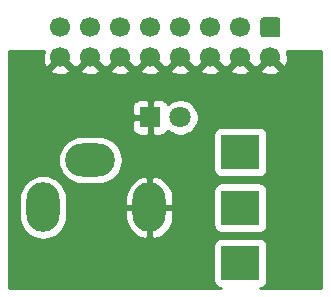
<source format=gbr>
%TF.GenerationSoftware,KiCad,Pcbnew,(5.1.9)-1*%
%TF.CreationDate,2021-03-02T23:47:49+00:00*%
%TF.ProjectId,Power In,506f7765-7220-4496-9e2e-6b696361645f,rev?*%
%TF.SameCoordinates,Original*%
%TF.FileFunction,Copper,L2,Bot*%
%TF.FilePolarity,Positive*%
%FSLAX46Y46*%
G04 Gerber Fmt 4.6, Leading zero omitted, Abs format (unit mm)*
G04 Created by KiCad (PCBNEW (5.1.9)-1) date 2021-03-02 23:47:49*
%MOMM*%
%LPD*%
G01*
G04 APERTURE LIST*
%TA.AperFunction,ComponentPad*%
%ADD10R,1.800000X1.800000*%
%TD*%
%TA.AperFunction,ComponentPad*%
%ADD11C,1.800000*%
%TD*%
%TA.AperFunction,ComponentPad*%
%ADD12R,3.300000X3.000000*%
%TD*%
%TA.AperFunction,ComponentPad*%
%ADD13C,1.700000*%
%TD*%
%TA.AperFunction,ComponentPad*%
%ADD14O,2.800000X4.200000*%
%TD*%
%TA.AperFunction,ComponentPad*%
%ADD15O,4.200000X2.800000*%
%TD*%
%TA.AperFunction,ViaPad*%
%ADD16C,0.800000*%
%TD*%
%TA.AperFunction,Conductor*%
%ADD17C,0.254000*%
%TD*%
%TA.AperFunction,Conductor*%
%ADD18C,0.100000*%
%TD*%
G04 APERTURE END LIST*
D10*
%TO.P,D1,1*%
%TO.N,Net-(D1-Pad1)*%
X139700000Y-86360000D03*
D11*
%TO.P,D1,2*%
%TO.N,Net-(D1-Pad2)*%
X142240000Y-86360000D03*
%TD*%
D12*
%TO.P,SW1,3*%
%TO.N,Net-(SW1-Pad3)*%
X147320000Y-89300000D03*
%TO.P,SW1,2*%
%TO.N,Net-(J1-Pad1)*%
X147320000Y-94000000D03*
%TO.P,SW1,1*%
%TO.N,Net-(J2-Pad1)*%
X147320000Y-98700000D03*
%TD*%
D13*
%TO.P,J2,16*%
%TO.N,Net-(D1-Pad1)*%
X132080000Y-81280000D03*
%TO.P,J2,14*%
X134620000Y-81280000D03*
%TO.P,J2,12*%
X137160000Y-81280000D03*
%TO.P,J2,10*%
X139700000Y-81280000D03*
%TO.P,J2,8*%
X142240000Y-81280000D03*
%TO.P,J2,6*%
X144780000Y-81280000D03*
%TO.P,J2,4*%
X147320000Y-81280000D03*
%TO.P,J2,2*%
X149860000Y-81280000D03*
%TO.P,J2,15*%
%TO.N,Net-(J2-Pad1)*%
X132080000Y-78740000D03*
%TO.P,J2,13*%
X134620000Y-78740000D03*
%TO.P,J2,11*%
X137160000Y-78740000D03*
%TO.P,J2,9*%
X139700000Y-78740000D03*
%TO.P,J2,7*%
X142240000Y-78740000D03*
%TO.P,J2,5*%
X144780000Y-78740000D03*
%TO.P,J2,3*%
X147320000Y-78740000D03*
%TO.P,J2,1*%
%TA.AperFunction,ComponentPad*%
G36*
G01*
X149260000Y-77890000D02*
X150460000Y-77890000D01*
G75*
G02*
X150710000Y-78140000I0J-250000D01*
G01*
X150710000Y-79340000D01*
G75*
G02*
X150460000Y-79590000I-250000J0D01*
G01*
X149260000Y-79590000D01*
G75*
G02*
X149010000Y-79340000I0J250000D01*
G01*
X149010000Y-78140000D01*
G75*
G02*
X149260000Y-77890000I250000J0D01*
G01*
G37*
%TD.AperFunction*%
%TD*%
D14*
%TO.P,J1,3*%
%TO.N,Net-(D1-Pad1)*%
X139620000Y-93980000D03*
D15*
%TO.P,J1,2*%
%TO.N,Net-(J1-Pad2)*%
X134620000Y-89980000D03*
D14*
%TO.P,J1,1*%
%TO.N,Net-(J1-Pad1)*%
X130620000Y-93980000D03*
%TD*%
D16*
%TO.N,Net-(D1-Pad1)*%
X136906000Y-85852000D03*
%TD*%
D17*
%TO.N,Net-(D1-Pad1)*%
X130676629Y-80772883D02*
X130604661Y-81056411D01*
X130589389Y-81348531D01*
X130631401Y-81638019D01*
X130729081Y-81913747D01*
X130802528Y-82051157D01*
X131051603Y-82128792D01*
X131900395Y-81280000D01*
X131886253Y-81265858D01*
X132065858Y-81086253D01*
X132080000Y-81100395D01*
X132094143Y-81086253D01*
X132273748Y-81265858D01*
X132259605Y-81280000D01*
X133108397Y-82128792D01*
X133350000Y-82053486D01*
X133591603Y-82128792D01*
X134440395Y-81280000D01*
X134426253Y-81265858D01*
X134605858Y-81086253D01*
X134620000Y-81100395D01*
X134634143Y-81086253D01*
X134813748Y-81265858D01*
X134799605Y-81280000D01*
X135648397Y-82128792D01*
X135890000Y-82053486D01*
X136131603Y-82128792D01*
X136980395Y-81280000D01*
X136966253Y-81265858D01*
X137145858Y-81086253D01*
X137160000Y-81100395D01*
X137174143Y-81086253D01*
X137353748Y-81265858D01*
X137339605Y-81280000D01*
X138188397Y-82128792D01*
X138430000Y-82053486D01*
X138671603Y-82128792D01*
X139520395Y-81280000D01*
X139506253Y-81265858D01*
X139685858Y-81086253D01*
X139700000Y-81100395D01*
X139714143Y-81086253D01*
X139893748Y-81265858D01*
X139879605Y-81280000D01*
X140728397Y-82128792D01*
X140970000Y-82053486D01*
X141211603Y-82128792D01*
X142060395Y-81280000D01*
X142046253Y-81265858D01*
X142225858Y-81086253D01*
X142240000Y-81100395D01*
X142254143Y-81086253D01*
X142433748Y-81265858D01*
X142419605Y-81280000D01*
X143268397Y-82128792D01*
X143510000Y-82053486D01*
X143751603Y-82128792D01*
X144600395Y-81280000D01*
X144586253Y-81265858D01*
X144765858Y-81086253D01*
X144780000Y-81100395D01*
X144794143Y-81086253D01*
X144973748Y-81265858D01*
X144959605Y-81280000D01*
X145808397Y-82128792D01*
X146050000Y-82053486D01*
X146291603Y-82128792D01*
X147140395Y-81280000D01*
X147126253Y-81265858D01*
X147305858Y-81086253D01*
X147320000Y-81100395D01*
X147334143Y-81086253D01*
X147513748Y-81265858D01*
X147499605Y-81280000D01*
X148348397Y-82128792D01*
X148590000Y-82053486D01*
X148831603Y-82128792D01*
X149680395Y-81280000D01*
X149666253Y-81265858D01*
X149845858Y-81086253D01*
X149860000Y-81100395D01*
X149874143Y-81086253D01*
X150053748Y-81265858D01*
X150039605Y-81280000D01*
X150888397Y-82128792D01*
X151137472Y-82051157D01*
X151263371Y-81787117D01*
X151335339Y-81503589D01*
X151350611Y-81211469D01*
X151308599Y-80921981D01*
X151255466Y-80772000D01*
X154178000Y-80772000D01*
X154178000Y-100838000D01*
X148970731Y-100838000D01*
X149094482Y-100825812D01*
X149214180Y-100789502D01*
X149324494Y-100730537D01*
X149421185Y-100651185D01*
X149500537Y-100554494D01*
X149559502Y-100444180D01*
X149595812Y-100324482D01*
X149608072Y-100200000D01*
X149608072Y-97200000D01*
X149595812Y-97075518D01*
X149559502Y-96955820D01*
X149500537Y-96845506D01*
X149421185Y-96748815D01*
X149324494Y-96669463D01*
X149214180Y-96610498D01*
X149094482Y-96574188D01*
X148970000Y-96561928D01*
X145670000Y-96561928D01*
X145545518Y-96574188D01*
X145425820Y-96610498D01*
X145315506Y-96669463D01*
X145218815Y-96748815D01*
X145139463Y-96845506D01*
X145080498Y-96955820D01*
X145044188Y-97075518D01*
X145031928Y-97200000D01*
X145031928Y-100200000D01*
X145044188Y-100324482D01*
X145080498Y-100444180D01*
X145139463Y-100554494D01*
X145218815Y-100651185D01*
X145315506Y-100730537D01*
X145425820Y-100789502D01*
X145545518Y-100825812D01*
X145669269Y-100838000D01*
X127762000Y-100838000D01*
X127762000Y-93180032D01*
X128585000Y-93180032D01*
X128585000Y-94779969D01*
X128614445Y-95078930D01*
X128730810Y-95462529D01*
X128919774Y-95816056D01*
X129174077Y-96125924D01*
X129483945Y-96380227D01*
X129837472Y-96569191D01*
X130221071Y-96685555D01*
X130620000Y-96724846D01*
X131018930Y-96685555D01*
X131402529Y-96569191D01*
X131756056Y-96380227D01*
X132065924Y-96125924D01*
X132320227Y-95816056D01*
X132509191Y-95462529D01*
X132625555Y-95078929D01*
X132655000Y-94779968D01*
X132655000Y-94107000D01*
X137585000Y-94107000D01*
X137585000Y-94807000D01*
X137648878Y-95201569D01*
X137788506Y-95576094D01*
X137998517Y-95916183D01*
X138270841Y-96208766D01*
X138595012Y-96442599D01*
X138958573Y-96608696D01*
X139176840Y-96666160D01*
X139493000Y-96551947D01*
X139493000Y-94107000D01*
X139747000Y-94107000D01*
X139747000Y-96551947D01*
X140063160Y-96666160D01*
X140281427Y-96608696D01*
X140644988Y-96442599D01*
X140969159Y-96208766D01*
X141241483Y-95916183D01*
X141451494Y-95576094D01*
X141591122Y-95201569D01*
X141655000Y-94807000D01*
X141655000Y-94107000D01*
X139747000Y-94107000D01*
X139493000Y-94107000D01*
X137585000Y-94107000D01*
X132655000Y-94107000D01*
X132655000Y-93180031D01*
X132652338Y-93153000D01*
X137585000Y-93153000D01*
X137585000Y-93853000D01*
X139493000Y-93853000D01*
X139493000Y-91408053D01*
X139747000Y-91408053D01*
X139747000Y-93853000D01*
X141655000Y-93853000D01*
X141655000Y-93153000D01*
X141591122Y-92758431D01*
X141494776Y-92500000D01*
X145031928Y-92500000D01*
X145031928Y-95500000D01*
X145044188Y-95624482D01*
X145080498Y-95744180D01*
X145139463Y-95854494D01*
X145218815Y-95951185D01*
X145315506Y-96030537D01*
X145425820Y-96089502D01*
X145545518Y-96125812D01*
X145670000Y-96138072D01*
X148970000Y-96138072D01*
X149094482Y-96125812D01*
X149214180Y-96089502D01*
X149324494Y-96030537D01*
X149421185Y-95951185D01*
X149500537Y-95854494D01*
X149559502Y-95744180D01*
X149595812Y-95624482D01*
X149608072Y-95500000D01*
X149608072Y-92500000D01*
X149595812Y-92375518D01*
X149559502Y-92255820D01*
X149500537Y-92145506D01*
X149421185Y-92048815D01*
X149324494Y-91969463D01*
X149214180Y-91910498D01*
X149094482Y-91874188D01*
X148970000Y-91861928D01*
X145670000Y-91861928D01*
X145545518Y-91874188D01*
X145425820Y-91910498D01*
X145315506Y-91969463D01*
X145218815Y-92048815D01*
X145139463Y-92145506D01*
X145080498Y-92255820D01*
X145044188Y-92375518D01*
X145031928Y-92500000D01*
X141494776Y-92500000D01*
X141451494Y-92383906D01*
X141241483Y-92043817D01*
X140969159Y-91751234D01*
X140644988Y-91517401D01*
X140281427Y-91351304D01*
X140063160Y-91293840D01*
X139747000Y-91408053D01*
X139493000Y-91408053D01*
X139176840Y-91293840D01*
X138958573Y-91351304D01*
X138595012Y-91517401D01*
X138270841Y-91751234D01*
X137998517Y-92043817D01*
X137788506Y-92383906D01*
X137648878Y-92758431D01*
X137585000Y-93153000D01*
X132652338Y-93153000D01*
X132625555Y-92881070D01*
X132509191Y-92497471D01*
X132320227Y-92143944D01*
X132065924Y-91834076D01*
X131756056Y-91579773D01*
X131402528Y-91390809D01*
X131018929Y-91274445D01*
X130620000Y-91235154D01*
X130221070Y-91274445D01*
X129837471Y-91390809D01*
X129483944Y-91579773D01*
X129174076Y-91834076D01*
X128919773Y-92143944D01*
X128730809Y-92497472D01*
X128614445Y-92881071D01*
X128585000Y-93180032D01*
X127762000Y-93180032D01*
X127762000Y-89980000D01*
X131875154Y-89980000D01*
X131914445Y-90378930D01*
X132030809Y-90762529D01*
X132219773Y-91116056D01*
X132474076Y-91425924D01*
X132783944Y-91680227D01*
X133137471Y-91869191D01*
X133521070Y-91985555D01*
X133820031Y-92015000D01*
X135419969Y-92015000D01*
X135718930Y-91985555D01*
X136102529Y-91869191D01*
X136456056Y-91680227D01*
X136765924Y-91425924D01*
X137020227Y-91116056D01*
X137209191Y-90762529D01*
X137325555Y-90378930D01*
X137364846Y-89980000D01*
X137325555Y-89581070D01*
X137209191Y-89197471D01*
X137020227Y-88843944D01*
X136765924Y-88534076D01*
X136456056Y-88279773D01*
X136102529Y-88090809D01*
X135718930Y-87974445D01*
X135419969Y-87945000D01*
X133820031Y-87945000D01*
X133521070Y-87974445D01*
X133137471Y-88090809D01*
X132783944Y-88279773D01*
X132474076Y-88534076D01*
X132219773Y-88843944D01*
X132030809Y-89197471D01*
X131914445Y-89581070D01*
X131875154Y-89980000D01*
X127762000Y-89980000D01*
X127762000Y-87260000D01*
X138161928Y-87260000D01*
X138174188Y-87384482D01*
X138210498Y-87504180D01*
X138269463Y-87614494D01*
X138348815Y-87711185D01*
X138445506Y-87790537D01*
X138555820Y-87849502D01*
X138675518Y-87885812D01*
X138800000Y-87898072D01*
X139414250Y-87895000D01*
X139573000Y-87736250D01*
X139573000Y-86487000D01*
X138323750Y-86487000D01*
X138165000Y-86645750D01*
X138161928Y-87260000D01*
X127762000Y-87260000D01*
X127762000Y-85460000D01*
X138161928Y-85460000D01*
X138165000Y-86074250D01*
X138323750Y-86233000D01*
X139573000Y-86233000D01*
X139573000Y-84983750D01*
X139827000Y-84983750D01*
X139827000Y-86233000D01*
X139847000Y-86233000D01*
X139847000Y-86487000D01*
X139827000Y-86487000D01*
X139827000Y-87736250D01*
X139985750Y-87895000D01*
X140600000Y-87898072D01*
X140724482Y-87885812D01*
X140844180Y-87849502D01*
X140954494Y-87790537D01*
X141051185Y-87711185D01*
X141130537Y-87614494D01*
X141189502Y-87504180D01*
X141195056Y-87485873D01*
X141261495Y-87552312D01*
X141512905Y-87720299D01*
X141792257Y-87836011D01*
X142088816Y-87895000D01*
X142391184Y-87895000D01*
X142687743Y-87836011D01*
X142774680Y-87800000D01*
X145031928Y-87800000D01*
X145031928Y-90800000D01*
X145044188Y-90924482D01*
X145080498Y-91044180D01*
X145139463Y-91154494D01*
X145218815Y-91251185D01*
X145315506Y-91330537D01*
X145425820Y-91389502D01*
X145545518Y-91425812D01*
X145670000Y-91438072D01*
X148970000Y-91438072D01*
X149094482Y-91425812D01*
X149214180Y-91389502D01*
X149324494Y-91330537D01*
X149421185Y-91251185D01*
X149500537Y-91154494D01*
X149559502Y-91044180D01*
X149595812Y-90924482D01*
X149608072Y-90800000D01*
X149608072Y-87800000D01*
X149595812Y-87675518D01*
X149559502Y-87555820D01*
X149500537Y-87445506D01*
X149421185Y-87348815D01*
X149324494Y-87269463D01*
X149214180Y-87210498D01*
X149094482Y-87174188D01*
X148970000Y-87161928D01*
X145670000Y-87161928D01*
X145545518Y-87174188D01*
X145425820Y-87210498D01*
X145315506Y-87269463D01*
X145218815Y-87348815D01*
X145139463Y-87445506D01*
X145080498Y-87555820D01*
X145044188Y-87675518D01*
X145031928Y-87800000D01*
X142774680Y-87800000D01*
X142967095Y-87720299D01*
X143218505Y-87552312D01*
X143432312Y-87338505D01*
X143600299Y-87087095D01*
X143716011Y-86807743D01*
X143775000Y-86511184D01*
X143775000Y-86208816D01*
X143716011Y-85912257D01*
X143600299Y-85632905D01*
X143432312Y-85381495D01*
X143218505Y-85167688D01*
X142967095Y-84999701D01*
X142687743Y-84883989D01*
X142391184Y-84825000D01*
X142088816Y-84825000D01*
X141792257Y-84883989D01*
X141512905Y-84999701D01*
X141261495Y-85167688D01*
X141195056Y-85234127D01*
X141189502Y-85215820D01*
X141130537Y-85105506D01*
X141051185Y-85008815D01*
X140954494Y-84929463D01*
X140844180Y-84870498D01*
X140724482Y-84834188D01*
X140600000Y-84821928D01*
X139985750Y-84825000D01*
X139827000Y-84983750D01*
X139573000Y-84983750D01*
X139414250Y-84825000D01*
X138800000Y-84821928D01*
X138675518Y-84834188D01*
X138555820Y-84870498D01*
X138445506Y-84929463D01*
X138348815Y-85008815D01*
X138269463Y-85105506D01*
X138210498Y-85215820D01*
X138174188Y-85335518D01*
X138161928Y-85460000D01*
X127762000Y-85460000D01*
X127762000Y-82308397D01*
X131231208Y-82308397D01*
X131308843Y-82557472D01*
X131572883Y-82683371D01*
X131856411Y-82755339D01*
X132148531Y-82770611D01*
X132438019Y-82728599D01*
X132713747Y-82630919D01*
X132851157Y-82557472D01*
X132928792Y-82308397D01*
X133771208Y-82308397D01*
X133848843Y-82557472D01*
X134112883Y-82683371D01*
X134396411Y-82755339D01*
X134688531Y-82770611D01*
X134978019Y-82728599D01*
X135253747Y-82630919D01*
X135391157Y-82557472D01*
X135468792Y-82308397D01*
X136311208Y-82308397D01*
X136388843Y-82557472D01*
X136652883Y-82683371D01*
X136936411Y-82755339D01*
X137228531Y-82770611D01*
X137518019Y-82728599D01*
X137793747Y-82630919D01*
X137931157Y-82557472D01*
X138008792Y-82308397D01*
X138851208Y-82308397D01*
X138928843Y-82557472D01*
X139192883Y-82683371D01*
X139476411Y-82755339D01*
X139768531Y-82770611D01*
X140058019Y-82728599D01*
X140333747Y-82630919D01*
X140471157Y-82557472D01*
X140548792Y-82308397D01*
X141391208Y-82308397D01*
X141468843Y-82557472D01*
X141732883Y-82683371D01*
X142016411Y-82755339D01*
X142308531Y-82770611D01*
X142598019Y-82728599D01*
X142873747Y-82630919D01*
X143011157Y-82557472D01*
X143088792Y-82308397D01*
X143931208Y-82308397D01*
X144008843Y-82557472D01*
X144272883Y-82683371D01*
X144556411Y-82755339D01*
X144848531Y-82770611D01*
X145138019Y-82728599D01*
X145413747Y-82630919D01*
X145551157Y-82557472D01*
X145628792Y-82308397D01*
X146471208Y-82308397D01*
X146548843Y-82557472D01*
X146812883Y-82683371D01*
X147096411Y-82755339D01*
X147388531Y-82770611D01*
X147678019Y-82728599D01*
X147953747Y-82630919D01*
X148091157Y-82557472D01*
X148168792Y-82308397D01*
X149011208Y-82308397D01*
X149088843Y-82557472D01*
X149352883Y-82683371D01*
X149636411Y-82755339D01*
X149928531Y-82770611D01*
X150218019Y-82728599D01*
X150493747Y-82630919D01*
X150631157Y-82557472D01*
X150708792Y-82308397D01*
X149860000Y-81459605D01*
X149011208Y-82308397D01*
X148168792Y-82308397D01*
X147320000Y-81459605D01*
X146471208Y-82308397D01*
X145628792Y-82308397D01*
X144780000Y-81459605D01*
X143931208Y-82308397D01*
X143088792Y-82308397D01*
X142240000Y-81459605D01*
X141391208Y-82308397D01*
X140548792Y-82308397D01*
X139700000Y-81459605D01*
X138851208Y-82308397D01*
X138008792Y-82308397D01*
X137160000Y-81459605D01*
X136311208Y-82308397D01*
X135468792Y-82308397D01*
X134620000Y-81459605D01*
X133771208Y-82308397D01*
X132928792Y-82308397D01*
X132080000Y-81459605D01*
X131231208Y-82308397D01*
X127762000Y-82308397D01*
X127762000Y-80772000D01*
X130677050Y-80772000D01*
X130676629Y-80772883D01*
%TA.AperFunction,Conductor*%
D18*
G36*
X130676629Y-80772883D02*
G01*
X130604661Y-81056411D01*
X130589389Y-81348531D01*
X130631401Y-81638019D01*
X130729081Y-81913747D01*
X130802528Y-82051157D01*
X131051603Y-82128792D01*
X131900395Y-81280000D01*
X131886253Y-81265858D01*
X132065858Y-81086253D01*
X132080000Y-81100395D01*
X132094143Y-81086253D01*
X132273748Y-81265858D01*
X132259605Y-81280000D01*
X133108397Y-82128792D01*
X133350000Y-82053486D01*
X133591603Y-82128792D01*
X134440395Y-81280000D01*
X134426253Y-81265858D01*
X134605858Y-81086253D01*
X134620000Y-81100395D01*
X134634143Y-81086253D01*
X134813748Y-81265858D01*
X134799605Y-81280000D01*
X135648397Y-82128792D01*
X135890000Y-82053486D01*
X136131603Y-82128792D01*
X136980395Y-81280000D01*
X136966253Y-81265858D01*
X137145858Y-81086253D01*
X137160000Y-81100395D01*
X137174143Y-81086253D01*
X137353748Y-81265858D01*
X137339605Y-81280000D01*
X138188397Y-82128792D01*
X138430000Y-82053486D01*
X138671603Y-82128792D01*
X139520395Y-81280000D01*
X139506253Y-81265858D01*
X139685858Y-81086253D01*
X139700000Y-81100395D01*
X139714143Y-81086253D01*
X139893748Y-81265858D01*
X139879605Y-81280000D01*
X140728397Y-82128792D01*
X140970000Y-82053486D01*
X141211603Y-82128792D01*
X142060395Y-81280000D01*
X142046253Y-81265858D01*
X142225858Y-81086253D01*
X142240000Y-81100395D01*
X142254143Y-81086253D01*
X142433748Y-81265858D01*
X142419605Y-81280000D01*
X143268397Y-82128792D01*
X143510000Y-82053486D01*
X143751603Y-82128792D01*
X144600395Y-81280000D01*
X144586253Y-81265858D01*
X144765858Y-81086253D01*
X144780000Y-81100395D01*
X144794143Y-81086253D01*
X144973748Y-81265858D01*
X144959605Y-81280000D01*
X145808397Y-82128792D01*
X146050000Y-82053486D01*
X146291603Y-82128792D01*
X147140395Y-81280000D01*
X147126253Y-81265858D01*
X147305858Y-81086253D01*
X147320000Y-81100395D01*
X147334143Y-81086253D01*
X147513748Y-81265858D01*
X147499605Y-81280000D01*
X148348397Y-82128792D01*
X148590000Y-82053486D01*
X148831603Y-82128792D01*
X149680395Y-81280000D01*
X149666253Y-81265858D01*
X149845858Y-81086253D01*
X149860000Y-81100395D01*
X149874143Y-81086253D01*
X150053748Y-81265858D01*
X150039605Y-81280000D01*
X150888397Y-82128792D01*
X151137472Y-82051157D01*
X151263371Y-81787117D01*
X151335339Y-81503589D01*
X151350611Y-81211469D01*
X151308599Y-80921981D01*
X151255466Y-80772000D01*
X154178000Y-80772000D01*
X154178000Y-100838000D01*
X148970731Y-100838000D01*
X149094482Y-100825812D01*
X149214180Y-100789502D01*
X149324494Y-100730537D01*
X149421185Y-100651185D01*
X149500537Y-100554494D01*
X149559502Y-100444180D01*
X149595812Y-100324482D01*
X149608072Y-100200000D01*
X149608072Y-97200000D01*
X149595812Y-97075518D01*
X149559502Y-96955820D01*
X149500537Y-96845506D01*
X149421185Y-96748815D01*
X149324494Y-96669463D01*
X149214180Y-96610498D01*
X149094482Y-96574188D01*
X148970000Y-96561928D01*
X145670000Y-96561928D01*
X145545518Y-96574188D01*
X145425820Y-96610498D01*
X145315506Y-96669463D01*
X145218815Y-96748815D01*
X145139463Y-96845506D01*
X145080498Y-96955820D01*
X145044188Y-97075518D01*
X145031928Y-97200000D01*
X145031928Y-100200000D01*
X145044188Y-100324482D01*
X145080498Y-100444180D01*
X145139463Y-100554494D01*
X145218815Y-100651185D01*
X145315506Y-100730537D01*
X145425820Y-100789502D01*
X145545518Y-100825812D01*
X145669269Y-100838000D01*
X127762000Y-100838000D01*
X127762000Y-93180032D01*
X128585000Y-93180032D01*
X128585000Y-94779969D01*
X128614445Y-95078930D01*
X128730810Y-95462529D01*
X128919774Y-95816056D01*
X129174077Y-96125924D01*
X129483945Y-96380227D01*
X129837472Y-96569191D01*
X130221071Y-96685555D01*
X130620000Y-96724846D01*
X131018930Y-96685555D01*
X131402529Y-96569191D01*
X131756056Y-96380227D01*
X132065924Y-96125924D01*
X132320227Y-95816056D01*
X132509191Y-95462529D01*
X132625555Y-95078929D01*
X132655000Y-94779968D01*
X132655000Y-94107000D01*
X137585000Y-94107000D01*
X137585000Y-94807000D01*
X137648878Y-95201569D01*
X137788506Y-95576094D01*
X137998517Y-95916183D01*
X138270841Y-96208766D01*
X138595012Y-96442599D01*
X138958573Y-96608696D01*
X139176840Y-96666160D01*
X139493000Y-96551947D01*
X139493000Y-94107000D01*
X139747000Y-94107000D01*
X139747000Y-96551947D01*
X140063160Y-96666160D01*
X140281427Y-96608696D01*
X140644988Y-96442599D01*
X140969159Y-96208766D01*
X141241483Y-95916183D01*
X141451494Y-95576094D01*
X141591122Y-95201569D01*
X141655000Y-94807000D01*
X141655000Y-94107000D01*
X139747000Y-94107000D01*
X139493000Y-94107000D01*
X137585000Y-94107000D01*
X132655000Y-94107000D01*
X132655000Y-93180031D01*
X132652338Y-93153000D01*
X137585000Y-93153000D01*
X137585000Y-93853000D01*
X139493000Y-93853000D01*
X139493000Y-91408053D01*
X139747000Y-91408053D01*
X139747000Y-93853000D01*
X141655000Y-93853000D01*
X141655000Y-93153000D01*
X141591122Y-92758431D01*
X141494776Y-92500000D01*
X145031928Y-92500000D01*
X145031928Y-95500000D01*
X145044188Y-95624482D01*
X145080498Y-95744180D01*
X145139463Y-95854494D01*
X145218815Y-95951185D01*
X145315506Y-96030537D01*
X145425820Y-96089502D01*
X145545518Y-96125812D01*
X145670000Y-96138072D01*
X148970000Y-96138072D01*
X149094482Y-96125812D01*
X149214180Y-96089502D01*
X149324494Y-96030537D01*
X149421185Y-95951185D01*
X149500537Y-95854494D01*
X149559502Y-95744180D01*
X149595812Y-95624482D01*
X149608072Y-95500000D01*
X149608072Y-92500000D01*
X149595812Y-92375518D01*
X149559502Y-92255820D01*
X149500537Y-92145506D01*
X149421185Y-92048815D01*
X149324494Y-91969463D01*
X149214180Y-91910498D01*
X149094482Y-91874188D01*
X148970000Y-91861928D01*
X145670000Y-91861928D01*
X145545518Y-91874188D01*
X145425820Y-91910498D01*
X145315506Y-91969463D01*
X145218815Y-92048815D01*
X145139463Y-92145506D01*
X145080498Y-92255820D01*
X145044188Y-92375518D01*
X145031928Y-92500000D01*
X141494776Y-92500000D01*
X141451494Y-92383906D01*
X141241483Y-92043817D01*
X140969159Y-91751234D01*
X140644988Y-91517401D01*
X140281427Y-91351304D01*
X140063160Y-91293840D01*
X139747000Y-91408053D01*
X139493000Y-91408053D01*
X139176840Y-91293840D01*
X138958573Y-91351304D01*
X138595012Y-91517401D01*
X138270841Y-91751234D01*
X137998517Y-92043817D01*
X137788506Y-92383906D01*
X137648878Y-92758431D01*
X137585000Y-93153000D01*
X132652338Y-93153000D01*
X132625555Y-92881070D01*
X132509191Y-92497471D01*
X132320227Y-92143944D01*
X132065924Y-91834076D01*
X131756056Y-91579773D01*
X131402528Y-91390809D01*
X131018929Y-91274445D01*
X130620000Y-91235154D01*
X130221070Y-91274445D01*
X129837471Y-91390809D01*
X129483944Y-91579773D01*
X129174076Y-91834076D01*
X128919773Y-92143944D01*
X128730809Y-92497472D01*
X128614445Y-92881071D01*
X128585000Y-93180032D01*
X127762000Y-93180032D01*
X127762000Y-89980000D01*
X131875154Y-89980000D01*
X131914445Y-90378930D01*
X132030809Y-90762529D01*
X132219773Y-91116056D01*
X132474076Y-91425924D01*
X132783944Y-91680227D01*
X133137471Y-91869191D01*
X133521070Y-91985555D01*
X133820031Y-92015000D01*
X135419969Y-92015000D01*
X135718930Y-91985555D01*
X136102529Y-91869191D01*
X136456056Y-91680227D01*
X136765924Y-91425924D01*
X137020227Y-91116056D01*
X137209191Y-90762529D01*
X137325555Y-90378930D01*
X137364846Y-89980000D01*
X137325555Y-89581070D01*
X137209191Y-89197471D01*
X137020227Y-88843944D01*
X136765924Y-88534076D01*
X136456056Y-88279773D01*
X136102529Y-88090809D01*
X135718930Y-87974445D01*
X135419969Y-87945000D01*
X133820031Y-87945000D01*
X133521070Y-87974445D01*
X133137471Y-88090809D01*
X132783944Y-88279773D01*
X132474076Y-88534076D01*
X132219773Y-88843944D01*
X132030809Y-89197471D01*
X131914445Y-89581070D01*
X131875154Y-89980000D01*
X127762000Y-89980000D01*
X127762000Y-87260000D01*
X138161928Y-87260000D01*
X138174188Y-87384482D01*
X138210498Y-87504180D01*
X138269463Y-87614494D01*
X138348815Y-87711185D01*
X138445506Y-87790537D01*
X138555820Y-87849502D01*
X138675518Y-87885812D01*
X138800000Y-87898072D01*
X139414250Y-87895000D01*
X139573000Y-87736250D01*
X139573000Y-86487000D01*
X138323750Y-86487000D01*
X138165000Y-86645750D01*
X138161928Y-87260000D01*
X127762000Y-87260000D01*
X127762000Y-85460000D01*
X138161928Y-85460000D01*
X138165000Y-86074250D01*
X138323750Y-86233000D01*
X139573000Y-86233000D01*
X139573000Y-84983750D01*
X139827000Y-84983750D01*
X139827000Y-86233000D01*
X139847000Y-86233000D01*
X139847000Y-86487000D01*
X139827000Y-86487000D01*
X139827000Y-87736250D01*
X139985750Y-87895000D01*
X140600000Y-87898072D01*
X140724482Y-87885812D01*
X140844180Y-87849502D01*
X140954494Y-87790537D01*
X141051185Y-87711185D01*
X141130537Y-87614494D01*
X141189502Y-87504180D01*
X141195056Y-87485873D01*
X141261495Y-87552312D01*
X141512905Y-87720299D01*
X141792257Y-87836011D01*
X142088816Y-87895000D01*
X142391184Y-87895000D01*
X142687743Y-87836011D01*
X142774680Y-87800000D01*
X145031928Y-87800000D01*
X145031928Y-90800000D01*
X145044188Y-90924482D01*
X145080498Y-91044180D01*
X145139463Y-91154494D01*
X145218815Y-91251185D01*
X145315506Y-91330537D01*
X145425820Y-91389502D01*
X145545518Y-91425812D01*
X145670000Y-91438072D01*
X148970000Y-91438072D01*
X149094482Y-91425812D01*
X149214180Y-91389502D01*
X149324494Y-91330537D01*
X149421185Y-91251185D01*
X149500537Y-91154494D01*
X149559502Y-91044180D01*
X149595812Y-90924482D01*
X149608072Y-90800000D01*
X149608072Y-87800000D01*
X149595812Y-87675518D01*
X149559502Y-87555820D01*
X149500537Y-87445506D01*
X149421185Y-87348815D01*
X149324494Y-87269463D01*
X149214180Y-87210498D01*
X149094482Y-87174188D01*
X148970000Y-87161928D01*
X145670000Y-87161928D01*
X145545518Y-87174188D01*
X145425820Y-87210498D01*
X145315506Y-87269463D01*
X145218815Y-87348815D01*
X145139463Y-87445506D01*
X145080498Y-87555820D01*
X145044188Y-87675518D01*
X145031928Y-87800000D01*
X142774680Y-87800000D01*
X142967095Y-87720299D01*
X143218505Y-87552312D01*
X143432312Y-87338505D01*
X143600299Y-87087095D01*
X143716011Y-86807743D01*
X143775000Y-86511184D01*
X143775000Y-86208816D01*
X143716011Y-85912257D01*
X143600299Y-85632905D01*
X143432312Y-85381495D01*
X143218505Y-85167688D01*
X142967095Y-84999701D01*
X142687743Y-84883989D01*
X142391184Y-84825000D01*
X142088816Y-84825000D01*
X141792257Y-84883989D01*
X141512905Y-84999701D01*
X141261495Y-85167688D01*
X141195056Y-85234127D01*
X141189502Y-85215820D01*
X141130537Y-85105506D01*
X141051185Y-85008815D01*
X140954494Y-84929463D01*
X140844180Y-84870498D01*
X140724482Y-84834188D01*
X140600000Y-84821928D01*
X139985750Y-84825000D01*
X139827000Y-84983750D01*
X139573000Y-84983750D01*
X139414250Y-84825000D01*
X138800000Y-84821928D01*
X138675518Y-84834188D01*
X138555820Y-84870498D01*
X138445506Y-84929463D01*
X138348815Y-85008815D01*
X138269463Y-85105506D01*
X138210498Y-85215820D01*
X138174188Y-85335518D01*
X138161928Y-85460000D01*
X127762000Y-85460000D01*
X127762000Y-82308397D01*
X131231208Y-82308397D01*
X131308843Y-82557472D01*
X131572883Y-82683371D01*
X131856411Y-82755339D01*
X132148531Y-82770611D01*
X132438019Y-82728599D01*
X132713747Y-82630919D01*
X132851157Y-82557472D01*
X132928792Y-82308397D01*
X133771208Y-82308397D01*
X133848843Y-82557472D01*
X134112883Y-82683371D01*
X134396411Y-82755339D01*
X134688531Y-82770611D01*
X134978019Y-82728599D01*
X135253747Y-82630919D01*
X135391157Y-82557472D01*
X135468792Y-82308397D01*
X136311208Y-82308397D01*
X136388843Y-82557472D01*
X136652883Y-82683371D01*
X136936411Y-82755339D01*
X137228531Y-82770611D01*
X137518019Y-82728599D01*
X137793747Y-82630919D01*
X137931157Y-82557472D01*
X138008792Y-82308397D01*
X138851208Y-82308397D01*
X138928843Y-82557472D01*
X139192883Y-82683371D01*
X139476411Y-82755339D01*
X139768531Y-82770611D01*
X140058019Y-82728599D01*
X140333747Y-82630919D01*
X140471157Y-82557472D01*
X140548792Y-82308397D01*
X141391208Y-82308397D01*
X141468843Y-82557472D01*
X141732883Y-82683371D01*
X142016411Y-82755339D01*
X142308531Y-82770611D01*
X142598019Y-82728599D01*
X142873747Y-82630919D01*
X143011157Y-82557472D01*
X143088792Y-82308397D01*
X143931208Y-82308397D01*
X144008843Y-82557472D01*
X144272883Y-82683371D01*
X144556411Y-82755339D01*
X144848531Y-82770611D01*
X145138019Y-82728599D01*
X145413747Y-82630919D01*
X145551157Y-82557472D01*
X145628792Y-82308397D01*
X146471208Y-82308397D01*
X146548843Y-82557472D01*
X146812883Y-82683371D01*
X147096411Y-82755339D01*
X147388531Y-82770611D01*
X147678019Y-82728599D01*
X147953747Y-82630919D01*
X148091157Y-82557472D01*
X148168792Y-82308397D01*
X149011208Y-82308397D01*
X149088843Y-82557472D01*
X149352883Y-82683371D01*
X149636411Y-82755339D01*
X149928531Y-82770611D01*
X150218019Y-82728599D01*
X150493747Y-82630919D01*
X150631157Y-82557472D01*
X150708792Y-82308397D01*
X149860000Y-81459605D01*
X149011208Y-82308397D01*
X148168792Y-82308397D01*
X147320000Y-81459605D01*
X146471208Y-82308397D01*
X145628792Y-82308397D01*
X144780000Y-81459605D01*
X143931208Y-82308397D01*
X143088792Y-82308397D01*
X142240000Y-81459605D01*
X141391208Y-82308397D01*
X140548792Y-82308397D01*
X139700000Y-81459605D01*
X138851208Y-82308397D01*
X138008792Y-82308397D01*
X137160000Y-81459605D01*
X136311208Y-82308397D01*
X135468792Y-82308397D01*
X134620000Y-81459605D01*
X133771208Y-82308397D01*
X132928792Y-82308397D01*
X132080000Y-81459605D01*
X131231208Y-82308397D01*
X127762000Y-82308397D01*
X127762000Y-80772000D01*
X130677050Y-80772000D01*
X130676629Y-80772883D01*
G37*
%TD.AperFunction*%
%TD*%
M02*

</source>
